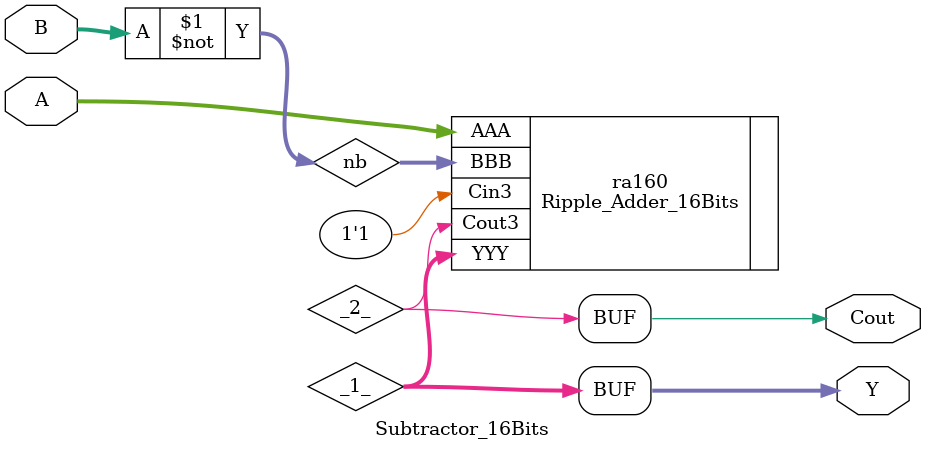
<source format=v>
/* Generated by Yosys 0.18+40 (git sha1 42721b6a1, clang 10.0.0-4ubuntu1 -fPIC -Os) */

module Subtractor_16Bits(A, B, Y, Cout);
  wire [15:0] _0_;
  wire [15:0] _1_;
  wire _2_;
  input [15:0] A;
  wire [15:0] A;
  input [15:0] B;
  wire [15:0] B;
  output Cout;
  wire Cout;
  output [15:0] Y;
  wire [15:0] Y;
  wire [15:0] nb;
  assign _0_ = ~ B;
  Ripple_Adder_16Bits ra160 (
    .AAA(A),
    .BBB(nb),
    .Cin3(1'h1),
    .Cout3(_2_),
    .YYY(_1_)
  );
  assign nb = _0_;
  assign Y = _1_;
  assign Cout = _2_;
endmodule

</source>
